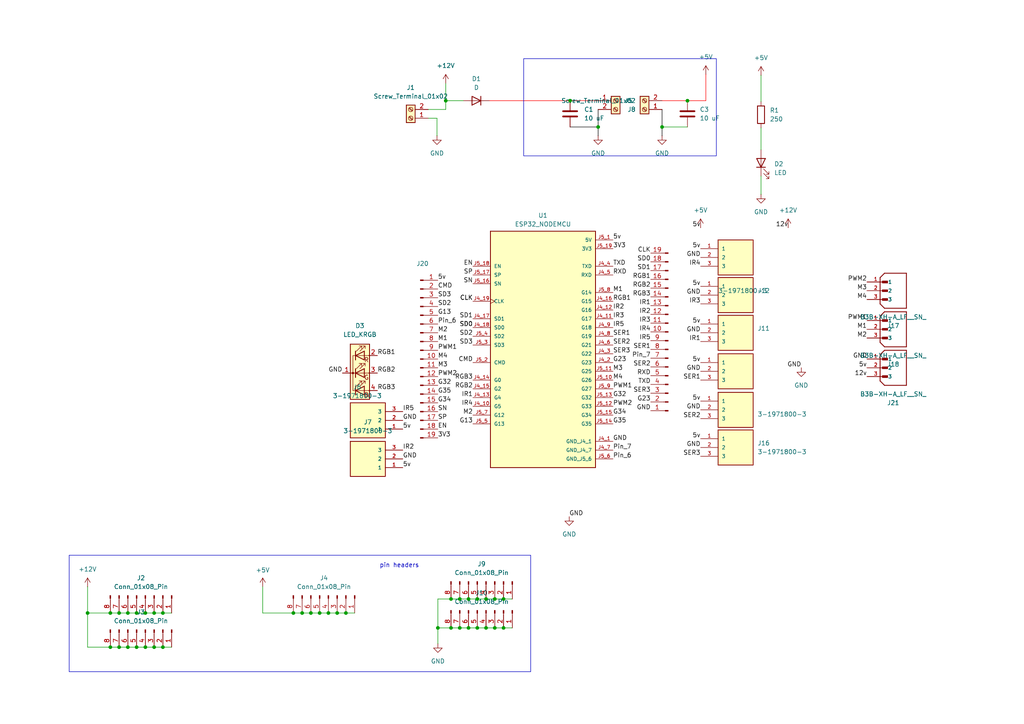
<source format=kicad_sch>
(kicad_sch (version 20231120) (generator "eeschema") (generator_version "8.0")
  (paper "A4")
  (lib_symbols
    (symbol "3-1971800-3:3-1971800-3" (pin_names (offset 1.016))
      (property "Reference" "J" (at -5.58 5.08 0))
      (property "Value" "3-1971800-3" (at -5.08 -7.62 0))
      (symbol "3-1971800-3_0_0"
        (pin passive line (at -10.16 2.54 0) (length 5.08) (name "1") (number "1"))
        (pin passive line (at -10.16 0 0) (length 5.08) (name "2") (number "2"))
        (pin passive line (at -10.16 -2.54 0) (length 5.08) (name "3") (number "3"))
      )
    )
    (symbol "B3B-XH-A_LF__SN_:B3B-XH-A_LF__SN_" (pin_names (offset 1.016))
      (property "Reference" "J" (at -2.54 6.35 0))
      (property "Value" "B3B-XH-A_LF__SN_" (at -2.54 -7.62 0))
      (symbol "B3B-XH-A_LF__SN__0_0"
        (pin passive line (at -7.62 2.54 0) (length 5.08) (name "1") (number "1"))
        (pin passive line (at -7.62 0 0) (length 5.08) (name "2") (number "2"))
        (pin passive line (at -7.62 -2.54 0) (length 5.08) (name "3") (number "3"))
      )
    )
    (symbol "Connector:Conn_01x08_Pin" (pin_names (offset 1.016) hide)
      (property "Reference" "J" (at 0 10.16 0))
      (property "Value" "Conn_01x08_Pin" (at 0 -12.7 0))
      (symbol "Conn_01x08_Pin_1_1"
        (pin passive line (at 5.08 7.62 180) (length 3.81) (name "Pin_1") (number "1"))
        (pin passive line (at 5.08 5.08 180) (length 3.81) (name "Pin_2") (number "2"))
        (pin passive line (at 5.08 2.54 180) (length 3.81) (name "Pin_3") (number "3"))
        (pin passive line (at 5.08 0 180) (length 3.81) (name "Pin_4") (number "4"))
        (pin passive line (at 5.08 -2.54 180) (length 3.81) (name "Pin_5") (number "5"))
        (pin passive line (at 5.08 -5.08 180) (length 3.81) (name "Pin_6") (number "6"))
        (pin passive line (at 5.08 -7.62 180) (length 3.81) (name "Pin_7") (number "7"))
        (pin passive line (at 5.08 -10.16 180) (length 3.81) (name "Pin_8") (number "8"))
      )
    )
    (symbol "Connector:Conn_01x19_Pin" (pin_names (offset 1.016) hide)
      (property "Reference" "J" (at 0 25.4 0))
      (property "Value" "Conn_01x19_Pin" (at 0 -25.4 0))
      (symbol "Conn_01x19_Pin_1_1"
        (pin passive line (at 5.08 22.86 180) (length 3.81) (name "Pin_1") (number "1"))
        (pin passive line (at 5.08 0 180) (length 3.81) (name "Pin_10") (number "10"))
        (pin passive line (at 5.08 -2.54 180) (length 3.81) (name "Pin_11") (number "11"))
        (pin passive line (at 5.08 -5.08 180) (length 3.81) (name "Pin_12") (number "12"))
        (pin passive line (at 5.08 -7.62 180) (length 3.81) (name "Pin_13") (number "13"))
        (pin passive line (at 5.08 -10.16 180) (length 3.81) (name "Pin_14") (number "14"))
        (pin passive line (at 5.08 -12.7 180) (length 3.81) (name "Pin_15") (number "15"))
        (pin passive line (at 5.08 -15.24 180) (length 3.81) (name "Pin_16") (number "16"))
        (pin passive line (at 5.08 -17.78 180) (length 3.81) (name "Pin_17") (number "17"))
        (pin passive line (at 5.08 -20.32 180) (length 3.81) (name "Pin_18") (number "18"))
        (pin passive line (at 5.08 -22.86 180) (length 3.81) (name "Pin_19") (number "19"))
        (pin passive line (at 5.08 20.32 180) (length 3.81) (name "Pin_2") (number "2"))
        (pin passive line (at 5.08 17.78 180) (length 3.81) (name "Pin_3") (number "3"))
        (pin passive line (at 5.08 15.24 180) (length 3.81) (name "Pin_4") (number "4"))
        (pin passive line (at 5.08 12.7 180) (length 3.81) (name "Pin_5") (number "5"))
        (pin passive line (at 5.08 10.16 180) (length 3.81) (name "Pin_6") (number "6"))
        (pin passive line (at 5.08 7.62 180) (length 3.81) (name "Pin_7") (number "7"))
        (pin passive line (at 5.08 5.08 180) (length 3.81) (name "Pin_8") (number "8"))
        (pin passive line (at 5.08 2.54 180) (length 3.81) (name "Pin_9") (number "9"))
      )
    )
    (symbol "Connector:Screw_Terminal_01x02" (pin_names (offset 1.016) hide)
      (property "Reference" "J" (at 0 2.54 0))
      (property "Value" "Screw_Terminal_01x02" (at 0 -5.08 0))
      (symbol "Screw_Terminal_01x02_1_1"
        (pin passive line (at -5.08 0 0) (length 3.81) (name "Pin_1") (number "1"))
        (pin passive line (at -5.08 -2.54 0) (length 3.81) (name "Pin_2") (number "2"))
      )
    )
    (symbol "Device:C" (pin_numbers hide) (pin_names (offset 0.254))
      (property "Reference" "C" (at 0.635 2.54 0))
      (property "Value" "C" (at 0.635 -2.54 0))
      (symbol "C_1_1"
        (pin passive line (at 0 3.81 270) (length 2.794) (name "~") (number "1"))
        (pin passive line (at 0 -3.81 90) (length 2.794) (name "~") (number "2"))
      )
    )
    (symbol "Device:D" (pin_numbers hide) (pin_names (offset 1.016) hide)
      (property "Reference" "D" (at 0 2.54 0))
      (property "Value" "D" (at 0 -2.54 0))
      (symbol "D_1_1"
        (pin passive line (at -3.81 0 0) (length 2.54) (name "K") (number "1"))
        (pin passive line (at 3.81 0 180) (length 2.54) (name "A") (number "2"))
      )
    )
    (symbol "Device:LED" (pin_numbers hide) (pin_names (offset 1.016) hide)
      (property "Reference" "D" (at 0 2.54 0))
      (property "Value" "LED" (at 0 -2.54 0))
      (symbol "LED_1_1"
        (pin passive line (at -3.81 0 0) (length 2.54) (name "K") (number "1"))
        (pin passive line (at 3.81 0 180) (length 2.54) (name "A") (number "2"))
      )
    )
    (symbol "Device:LED_KRGB" (pin_names (offset 0) hide)
      (property "Reference" "D" (at 0 9.398 0))
      (property "Value" "LED_KRGB" (at 0 -8.89 0))
      (symbol "LED_KRGB_0_0"
        (text "B" (at 1.905 -6.35 0) (effects (font (size 1.27 1.27))))
        (text "G" (at 1.905 -1.27 0) (effects (font (size 1.27 1.27))))
        (text "R" (at 1.905 3.81 0) (effects (font (size 1.27 1.27))))
      )
      (symbol "LED_KRGB_1_1"
        (pin passive line (at -5.08 0 0) (length 2.54) (name "K") (number "1"))
        (pin passive line (at 5.08 5.08 180) (length 2.54) (name "RA") (number "2"))
        (pin passive line (at 5.08 0 180) (length 2.54) (name "GA") (number "3"))
        (pin passive line (at 5.08 -5.08 180) (length 2.54) (name "BA") (number "4"))
      )
    )
    (symbol "Device:R" (pin_numbers hide) (pin_names (offset 0))
      (property "Reference" "R" (at 2.032 0 90))
      (property "Value" "R" (at 0 0 90))
      (symbol "R_1_1"
        (pin passive line (at 0 3.81 270) (length 1.27) (name "~") (number "1"))
        (pin passive line (at 0 -3.81 90) (length 1.27) (name "~") (number "2"))
      )
    )
    (symbol "ESP32_NODEMCU:ESP32_NODEMCU" (pin_names (offset 1.016))
      (property "Reference" "U" (at -15.24 36.322 0))
      (property "Value" "ESP32_NODEMCU" (at -15.24 -35.56 0))
      (symbol "ESP32_NODEMCU_0_0"
        (pin power_in line (at 20.32 -25.4 180) (length 5.08) (name "GND_J4_1") (number "J4_1"))
        (pin bidirectional line (at -20.32 -15.24 0) (length 5.08) (name "G5") (number "J4_10"))
        (pin bidirectional line (at 20.32 10.16 180) (length 5.08) (name "G17") (number "J4_11"))
        (pin bidirectional line (at 20.32 12.7 180) (length 5.08) (name "G16") (number "J4_12"))
        (pin bidirectional line (at -20.32 -12.7 0) (length 5.08) (name "G4") (number "J4_13"))
        (pin bidirectional line (at -20.32 -7.62 0) (length 5.08) (name "G0") (number "J4_14"))
        (pin bidirectional line (at -20.32 -10.16 0) (length 5.08) (name "G2") (number "J4_15"))
        (pin bidirectional line (at 20.32 15.24 180) (length 5.08) (name "G15") (number "J4_16"))
        (pin bidirectional line (at -20.32 10.16 0) (length 5.08) (name "SD1") (number "J4_17"))
        (pin bidirectional line (at -20.32 7.62 0) (length 5.08) (name "SD0") (number "J4_18"))
        (pin input clock (at -20.32 15.24 0) (length 5.08) (name "CLK") (number "J4_19"))
        (pin bidirectional line (at 20.32 -2.54 180) (length 5.08) (name "G23") (number "J4_2"))
        (pin bidirectional line (at 20.32 0 180) (length 5.08) (name "G22") (number "J4_3"))
        (pin output line (at 20.32 25.4 180) (length 5.08) (name "TXD") (number "J4_4"))
        (pin input line (at 20.32 22.86 180) (length 5.08) (name "RXD") (number "J4_5"))
        (pin bidirectional line (at 20.32 2.54 180) (length 5.08) (name "G21") (number "J4_6"))
        (pin power_in line (at 20.32 -27.94 180) (length 5.08) (name "GND_J4_7") (number "J4_7"))
        (pin bidirectional line (at 20.32 5.08 180) (length 5.08) (name "G19") (number "J4_8"))
        (pin bidirectional line (at 20.32 7.62 180) (length 5.08) (name "G18") (number "J4_9"))
        (pin power_in line (at 20.32 33.02 180) (length 5.08) (name "5V") (number "J5_1"))
        (pin bidirectional line (at 20.32 -7.62 180) (length 5.08) (name "G26") (number "J5_10"))
        (pin bidirectional line (at 20.32 -5.08 180) (length 5.08) (name "G25") (number "J5_11"))
        (pin bidirectional line (at 20.32 -15.24 180) (length 5.08) (name "G33") (number "J5_12"))
        (pin bidirectional line (at 20.32 -12.7 180) (length 5.08) (name "G32") (number "J5_13"))
        (pin bidirectional line (at 20.32 -20.32 180) (length 5.08) (name "G35") (number "J5_14"))
        (pin bidirectional line (at 20.32 -17.78 180) (length 5.08) (name "G34") (number "J5_15"))
        (pin input line (at -20.32 20.32 0) (length 5.08) (name "SN") (number "J5_16"))
        (pin input line (at -20.32 22.86 0) (length 5.08) (name "SP") (number "J5_17"))
        (pin input line (at -20.32 25.4 0) (length 5.08) (name "EN") (number "J5_18"))
        (pin power_in line (at 20.32 30.48 180) (length 5.08) (name "3V3") (number "J5_19"))
        (pin bidirectional line (at -20.32 -2.54 0) (length 5.08) (name "CMD") (number "J5_2"))
        (pin bidirectional line (at -20.32 2.54 0) (length 5.08) (name "SD3") (number "J5_3"))
        (pin bidirectional line (at -20.32 5.08 0) (length 5.08) (name "SD2") (number "J5_4"))
        (pin bidirectional line (at -20.32 -20.32 0) (length 5.08) (name "G13") (number "J5_5"))
        (pin power_in line (at 20.32 -30.48 180) (length 5.08) (name "GND_J5_6") (number "J5_6"))
        (pin bidirectional line (at -20.32 -17.78 0) (length 5.08) (name "G12") (number "J5_7"))
        (pin bidirectional line (at 20.32 17.78 180) (length 5.08) (name "G14") (number "J5_8"))
        (pin bidirectional line (at 20.32 -10.16 180) (length 5.08) (name "G27") (number "J5_9"))
      )
    )
    (symbol "power:+12V" (power) (pin_numbers hide) (pin_names (offset 0) hide)
      (property "Value" "+12V" (at 0 3.556 0))
      (symbol "+12V_1_1"
        (pin power_in line (at 0 0 90) (length 0) (name "~") (number "1"))
      )
    )
    (symbol "power:+5V" (power) (pin_numbers hide) (pin_names (offset 0) hide)
      (property "Value" "+5V" (at 0 3.556 0))
      (symbol "+5V_1_1"
        (pin power_in line (at 0 0 90) (length 0) (name "~") (number "1"))
      )
    )
    (symbol "power:GND" (power) (pin_numbers hide) (pin_names (offset 0) hide)
      (property "Value" "GND" (at 0 -3.81 0))
      (symbol "GND_1_1"
        (pin power_in line (at 0 0 270) (length 0) (name "~") (number "1"))
      )
    )
  )
  (junction (at 25.4 177.8))
  (junction (at 133.35 173.736))
  (junction (at 90.17 177.8))
  (junction (at 140.97 182.118))
  (junction (at 130.81 182.118))
  (junction (at 130.81 173.736))
  (junction (at 44.704 187.706))
  (junction (at 173.482 36.83))
  (junction (at 85.09 177.8))
  (junction (at 135.89 173.736))
  (junction (at 146.05 182.118))
  (junction (at 100.33 177.8))
  (junction (at 135.89 182.118))
  (junction (at 143.51 182.118))
  (junction (at 42.164 187.706))
  (junction (at 199.39 29.21))
  (junction (at 97.79 177.8))
  (junction (at 133.35 182.118))
  (junction (at 34.544 187.706))
  (junction (at 42.164 177.8))
  (junction (at 140.97 173.736))
  (junction (at 143.51 173.736))
  (junction (at 127 182.118))
  (junction (at 39.624 187.706))
  (junction (at 47.244 177.8))
  (junction (at 192.024 36.83))
  (junction (at 32.004 177.8))
  (junction (at 129.286 29.21))
  (junction (at 44.704 177.8))
  (junction (at 92.71 177.8))
  (junction (at 37.084 177.8))
  (junction (at 37.084 187.706))
  (junction (at 32.004 187.706))
  (junction (at 138.43 173.736))
  (junction (at 138.43 182.118))
  (junction (at 165.354 29.21))
  (junction (at 146.05 173.736))
  (junction (at 34.544 177.8))
  (junction (at 87.63 177.8))
  (junction (at 39.624 177.8))
  (junction (at 95.25 177.8))
  (junction (at 47.244 187.706))
  (wire (pts (xy 47.244 177.8) (xy 49.784 177.8)))
  (wire (pts (xy 95.25 177.8) (xy 97.79 177.8)))
  (wire (pts (xy 199.39 29.21) (xy 204.724 29.21)) (stroke (width 0) (color 255 0 0 1)))
  (wire (pts (xy 135.89 173.736) (xy 138.43 173.736)))
  (wire (pts (xy 127 182.118) (xy 127 186.69)))
  (wire (pts (xy 25.4 177.8) (xy 32.004 177.8)))
  (wire (pts (xy 76.2 177.8) (xy 85.09 177.8)))
  (wire (pts (xy 25.4 187.706) (xy 32.004 187.706)))
  (wire (pts (xy 192.024 29.21) (xy 199.39 29.21)) (stroke (width 0) (color 255 0 0 1)))
  (wire (pts (xy 127 182.118) (xy 130.81 182.118)))
  (wire (pts (xy 130.81 182.118) (xy 133.35 182.118)))
  (wire (pts (xy 173.482 36.83) (xy 173.482 39.37)) (stroke (width 0) (color 0 0 0 1)))
  (wire (pts (xy 32.004 187.706) (xy 34.544 187.706)))
  (wire (pts (xy 165.354 29.21) (xy 173.482 29.21)) (stroke (width 0) (color 255 0 0 1)))
  (wire (pts (xy 173.482 31.75) (xy 173.482 36.83)) (stroke (width 0) (color 0 0 0 1)))
  (wire (pts (xy 126.746 34.29) (xy 126.746 39.37)))
  (wire (pts (xy 32.004 177.8) (xy 34.544 177.8)))
  (wire (pts (xy 129.286 24.13) (xy 129.286 29.21)))
  (wire (pts (xy 42.164 177.8) (xy 44.704 177.8)))
  (wire (pts (xy 192.024 31.75) (xy 192.024 36.83)) (stroke (width 0) (color 0 0 0 1)))
  (wire (pts (xy 135.89 182.118) (xy 138.43 182.118)))
  (wire (pts (xy 39.624 187.706) (xy 42.164 187.706)))
  (wire (pts (xy 97.79 177.8) (xy 100.33 177.8)))
  (wire (pts (xy 143.51 182.118) (xy 146.05 182.118)))
  (wire (pts (xy 220.726 37.084) (xy 220.726 43.434)))
  (wire (pts (xy 146.05 182.118) (xy 148.59 182.118)))
  (wire (pts (xy 76.2 170.18) (xy 76.2 177.8)))
  (wire (pts (xy 25.4 170.18) (xy 25.4 177.8)))
  (wire (pts (xy 140.97 182.118) (xy 143.51 182.118)))
  (wire (pts (xy 34.544 187.706) (xy 37.084 187.706)))
  (wire (pts (xy 140.97 173.736) (xy 143.51 173.736)))
  (wire (pts (xy 220.726 51.054) (xy 220.726 56.388)))
  (wire (pts (xy 85.09 177.8) (xy 87.63 177.8)))
  (wire (pts (xy 44.704 177.8) (xy 47.244 177.8)))
  (wire (pts (xy 34.544 177.8) (xy 37.084 177.8)))
  (wire (pts (xy 90.17 177.8) (xy 92.71 177.8)))
  (wire (pts (xy 42.164 187.706) (xy 44.704 187.706)))
  (wire (pts (xy 124.206 34.29) (xy 126.746 34.29)))
  (wire (pts (xy 47.244 187.706) (xy 49.784 187.706)))
  (wire (pts (xy 192.024 36.83) (xy 192.024 39.37)) (stroke (width 0) (color 0 0 0 1)))
  (wire (pts (xy 127 173.736) (xy 130.81 173.736)))
  (wire (pts (xy 146.05 173.736) (xy 148.59 173.736)))
  (wire (pts (xy 130.81 173.736) (xy 133.35 173.736)))
  (wire (pts (xy 25.4 177.8) (xy 25.4 187.706)))
  (wire (pts (xy 143.51 173.736) (xy 146.05 173.736)))
  (wire (pts (xy 192.024 36.83) (xy 199.39 36.83)))
  (wire (pts (xy 100.33 177.8) (xy 102.87 177.8)))
  (wire (pts (xy 127 173.736) (xy 127 182.118)))
  (wire (pts (xy 138.43 182.118) (xy 140.97 182.118)))
  (wire (pts (xy 133.35 182.118) (xy 135.89 182.118)))
  (wire (pts (xy 92.71 177.8) (xy 95.25 177.8)))
  (wire (pts (xy 129.286 29.21) (xy 134.366 29.21)))
  (wire (pts (xy 39.624 177.8) (xy 42.164 177.8)))
  (wire (pts (xy 37.084 177.8) (xy 39.624 177.8)))
  (wire (pts (xy 44.704 187.706) (xy 47.244 187.706)))
  (wire (pts (xy 141.986 29.21) (xy 165.354 29.21)) (stroke (width 0) (color 255 0 0 1)))
  (wire (pts (xy 220.726 21.844) (xy 220.726 29.464)))
  (wire (pts (xy 133.35 173.736) (xy 135.89 173.736)))
  (wire (pts (xy 165.354 36.83) (xy 173.482 36.83)) (stroke (width 0) (color 0 0 0 1)))
  (wire (pts (xy 129.286 29.21) (xy 129.286 31.75)))
  (wire (pts (xy 124.206 31.75) (xy 129.286 31.75)))
  (wire (pts (xy 204.724 21.59) (xy 204.724 29.21)) (stroke (width 0) (color 255 0 0 1)))
  (wire (pts (xy 138.43 173.736) (xy 140.97 173.736)))
  (wire (pts (xy 37.084 187.706) (xy 39.624 187.706)))
  (wire (pts (xy 87.63 177.8) (xy 90.17 177.8)))
  (rectangle (start 20.066 161.036) (end 153.924 194.818))
  (rectangle (start 151.892 17.018) (end 207.772 45.212))
  (text "pin headers" (at 115.824 164.084 0) (effects (font (size 1.27 1.27))))
  (label "GND" (at 203.2 85.598 180))
  (label "5v" (at 116.84 124.46 0))
  (label "SER3" (at 203.2 132.334 180))
  (label "SD3" (at 137.16 100.076 180))
  (label "5v" (at 203.2 66.04 180))
  (label "IR2" (at 188.722 91.186 180))
  (label "GND" (at 232.41 106.68 180))
  (label "G32" (at 127 111.76 0))
  (label "SER3" (at 188.722 114.046 180))
  (label "CMD" (at 137.16 105.156 180))
  (label "IR3" (at 203.2 88.138 180))
  (label "SER2" (at 188.722 106.426 180))
  (label "Pin_6" (at 127 93.98 0))
  (label "IR1" (at 188.722 88.646 180))
  (label "IR5" (at 116.84 119.38 0))
  (label "M3" (at 127 106.68 0))
  (label "SD1" (at 188.722 78.486 180))
  (label "PWM2" (at 251.46 81.788 180))
  (label "SP" (at 127 121.92 0))
  (label "M2" (at 251.46 98.044 180))
  (label "5v" (at 116.84 135.636 0))
  (label "M1" (at 127 99.06 0))
  (label "G35" (at 177.8 122.936 0))
  (label "RXD" (at 188.722 108.966 180))
  (label "RXD" (at 177.8 79.756 0))
  (label "5v" (at 203.2 116.332 180))
  (label "PWM2" (at 177.8 117.856 0))
  (label "SER1" (at 188.722 101.346 180))
  (label "5v" (at 127 81.28 0))
  (label "SD2" (at 127 88.9 0))
  (label "IR3" (at 188.722 93.726 180))
  (label "M3" (at 177.8 107.696 0))
  (label "IR3" (at 177.8 92.456 0))
  (label "RGB3" (at 109.474 113.284 0))
  (label "Pin_6" (at 177.8 133.096 0))
  (label "PWM1" (at 127 101.6 0))
  (label "GND" (at 165.1 149.86 0))
  (label "IR4" (at 137.16 117.856 180))
  (label "SER3" (at 177.8 102.616 0))
  (label "RGB3" (at 188.722 86.106 180))
  (label "GND" (at 116.84 121.92 0))
  (label "M1" (at 177.8 84.836 0))
  (label "5v" (at 203.2 83.058 180))
  (label "5v" (at 203.2 127.254 180))
  (label "IR1" (at 203.2 99.06 180))
  (label "G32" (at 177.8 115.316 0))
  (label "CLK" (at 137.16 87.376 180))
  (label "IR4" (at 188.722 96.266 180))
  (label "SD0" (at 188.722 75.946 180))
  (label "SN" (at 127 119.38 0))
  (label "PWM1" (at 177.8 112.776 0))
  (label "RGB2" (at 109.474 108.204 0))
  (label "SER1" (at 177.8 97.536 0))
  (label "RGB2" (at 137.16 112.776 180))
  (label "EN" (at 137.16 77.216 180))
  (label "RGB3" (at 137.16 110.236 180))
  (label "G35" (at 127 114.3 0))
  (label "M1" (at 251.46 95.504 180))
  (label "5v" (at 203.2 93.98 180))
  (label "G13" (at 137.16 122.936 180))
  (label "M4" (at 127 104.14 0))
  (label "5v" (at 203.2 72.136 180))
  (label "EN" (at 127 124.46 0))
  (label "3V3" (at 127 127 0))
  (label "IR2" (at 116.84 130.556 0))
  (label "G34" (at 127 116.84 0))
  (label "G13" (at 127 91.44 0))
  (label "12v" (at 251.46 109.22 180))
  (label "PWM2" (at 127 109.22 0))
  (label "RGB2" (at 188.722 83.566 180))
  (label "G23" (at 188.722 116.586 180))
  (label "IR5" (at 177.8 94.996 0))
  (label "12v" (at 228.6 66.04 180))
  (label "GND" (at 177.8 128.016 0))
  (label "5v" (at 203.2 105.156 180))
  (label "IR2" (at 177.8 89.916 0))
  (label "SD0" (at 137.16 94.996 180))
  (label "CLK" (at 137.16 87.376 180))
  (label "GND" (at 203.2 107.696 180))
  (label "IR4" (at 203.2 77.216 180))
  (label "5v" (at 177.8 69.596 0))
  (label "GND" (at 188.722 119.126 180))
  (label "M4" (at 251.46 86.868 180))
  (label "SP" (at 137.16 79.756 180))
  (label "3V3" (at 177.8 72.136 0))
  (label "RGB1" (at 177.8 87.376 0))
  (label "5v" (at 251.46 106.68 180))
  (label "M3" (at 251.46 84.328 180))
  (label "M2" (at 127 96.52 0))
  (label "SD3" (at 127 86.36 0))
  (label "SD0" (at 137.16 94.996 180))
  (label "SER2" (at 203.2 121.412 180))
  (label "SER2" (at 177.8 100.076 0))
  (label "SER1" (at 203.2 110.236 180))
  (label "Pin_7" (at 177.8 130.556 0))
  (label "GND" (at 203.2 129.794 180))
  (label "GND" (at 116.84 133.096 0))
  (label "M4" (at 177.8 110.236 0))
  (label "G34" (at 177.8 120.396 0))
  (label "CLK" (at 188.722 73.406 180))
  (label "G23" (at 177.8 105.156 0))
  (label "GND" (at 251.46 104.14 180))
  (label "GND" (at 203.2 118.872 180))
  (label "M2" (at 137.16 120.396 180))
  (label "GND" (at 203.2 96.52 180))
  (label "IR1" (at 137.16 115.316 180))
  (label "CMD" (at 127 83.82 0))
  (label "IR5" (at 188.722 98.806 180))
  (label "TXD" (at 177.8 77.216 0))
  (label "GND" (at 203.2 74.676 180))
  (label "RGB1" (at 188.722 81.026 180))
  (label "GND" (at 99.314 108.204 180))
  (label "TXD" (at 188.722 111.506 180))
  (label "RGB1" (at 109.474 103.124 0))
  (label "PWM1" (at 251.46 92.964 180))
  (label "SD2" (at 137.16 97.536 180))
  (label "Pin_7" (at 188.722 103.886 180))
  (label "SD1" (at 137.16 92.456 180))
  (label "SN" (at 137.16 82.296 180))
  (symbol (lib_id "power:GND") (at 127 186.69 0) (unit 1)
    (property "Reference" "#PWR014" (effects (hide yes)))
    (property "Value" "GND" (at 127 191.77 0))
    (property "Description" "Power symbol creates a global label with name \"GND\" , ground" (effects (hide yes)))
  )
  (symbol (lib_id "Connector:Conn_01x08_Pin") (at 42.164 182.626 270) (unit 1)
    (property "Reference" "J3" (at 40.894 177.546 90))
    (property "Value" "Conn_01x08_Pin" (at 40.894 180.086 90))
    (property "Footprint" "Connector_PinHeader_2.54mm:PinHeader_1x08_P2.54mm_Vertical" (effects (hide yes)))
    (property "Description" "Generic connector, single row, 01x08, script generated" (effects (hide yes)))
  )
  (symbol (lib_id "power:+12V") (at 228.6 66.04 0) (unit 1)
    (property "Reference" "#PWR05" (effects (hide yes)))
    (property "Value" "+12V" (at 228.6 60.96 0))
    (property "Description" "Power symbol creates a global label with name \"+12V\"" (effects (hide yes)))
  )
  (symbol (lib_id "power:+5V") (at 203.2 66.04 0) (unit 1)
    (property "Reference" "#PWR01" (effects (hide yes)))
    (property "Value" "+5V" (at 203.2 60.96 0))
    (property "Description" "Power symbol creates a global label with name \"+5V\"" (effects (hide yes)))
  )
  (symbol (lib_id "Connector:Conn_01x19_Pin") (at 121.92 104.14 0) (unit 1)
    (property "Reference" "J20" (at 122.555 76.454 0))
    (property "Value" "Conn_01x19_Pin" (effects (hide yes)))
    (property "Footprint" "Connector_PinHeader_2.54mm:PinHeader_1x19_P2.54mm_Vertical" (effects (hide yes)))
    (property "Description" "Generic connector, single row, 01x19, script generated" (effects (hide yes)))
  )
  (symbol (lib_id "ESP32_NODEMCU:ESP32_NODEMCU") (at 157.48 102.616 0) (unit 1)
    (property "Reference" "U1" (at 157.48 62.484 0))
    (property "Value" "ESP32_NODEMCU" (at 157.48 65.024 0))
    (property "Footprint" "ESP32_NODEMCU:MODULE_ESP32_NODEMCU" (effects (hide yes)))
    (property "MF" "AZ Delivery" (effects (hide yes)))
    (property "MAXIMUM_PACKAGE_HEIGHT" "6.6 mm" (effects (hide yes)))
    (property "Package" "Package" (effects (hide yes)))
    (property "Price" "None" (effects (hide yes)))
    (property "Check_prices" "https://www.snapeda.com/parts/ESP32%20NODEMCU/AZ-Delivery/view-part/?ref=eda" (effects (hide yes)))
    (property "STANDARD" "Manufacturer Recommendations" (effects (hide yes)))
    (property "SnapEDA_Link" "https://www.snapeda.com/parts/ESP32%20NODEMCU/AZ-Delivery/view-part/?ref=snap" (effects (hide yes)))
    (property "MP" "ESP32 NODEMCU" (effects (hide yes)))
    (property "Description_1" "\nNodeMCU is an open source loT platform. ESP32 is a series of low cost, low power\nsystem-on-chip (SoC) microcontrollers with integrated Wi-Fi & dual-mode Bluetooth.\n" (effects (hide yes)))
    (property "Availability" "Not in stock" (effects (hide yes)))
    (property "MANUFACTURER" "Espressif Systems" (effects (hide yes)))
  )
  (symbol (lib_id "Device:LED") (at 220.726 47.244 90) (unit 1)
    (property "Reference" "D2" (at 224.536 47.5614 90) (effects (justify right)))
    (property "Value" "LED" (at 224.536 50.1014 90) (effects (justify right)))
    (property "Footprint" "LED_THT:LED_D3.0mm" (effects (hide yes)))
    (property "Description" "Light emitting diode" (effects (hide yes)))
  )
  (symbol (lib_id "3-1971800-3:3-1971800-3") (at 213.36 118.872 0) (unit 1)
    (property "Reference" "J15" (effects (hide yes)))
    (property "Value" "3-1971800-3" (at 219.71 120.1419 0) (effects (justify left)))
    (property "Footprint" "3-1971800-3:TE_3-1971800-3" (effects (hide yes)))
    (property "COMMENT" "3-1971800-3" (effects (hide yes)))
    (property "Comment" "3-1971800-3" (effects (hide yes)))
    (property "Check_prices" "https://www.snapeda.com/parts/3-1971800-3/TE+Connectivity/view-part/?ref=eda" (effects (hide yes)))
    (property "MF" "TE Connectivity" (effects (hide yes)))
    (property "DESCRIPTION" "New Gi Conn2.5 Hdr Asmbly 3p Red D1.5, 3-1971800-3" (effects (hide yes)))
    (property "PACKAGE" "None" (effects (hide yes)))
    (property "Purchase-URL" "https://www.snapeda.com/api/url_track_click_mouser/?unipart_id=2372250&manufacturer=TE Connectivity&part_name=3-1971800-3&search_term=jst" (effects (hide yes)))
    (property "PRICE" "None" (effects (hide yes)))
    (property "Package" "None" (effects (hide yes)))
    (property "TE_PURCHASE_URL" "https://www.te.com/usa-en/product-3-1971800-3.html?te_bu=Cor&te_type=disp&te_campaign=seda_glo_cor-seda-global-disp-prtnr-fy19-seda-model-bom-cta_sma-317_1&elqCampaignId=32493" (effects (hide yes)))
    (property "Price" "None" (effects (hide yes)))
    (property "SnapEDA_Link" "https://www.snapeda.com/parts/3-1971800-3/TE+Connectivity/view-part/?ref=snap" (effects (hide yes)))
    (property "MP" "3-1971800-3" (effects (hide yes)))
    (property "EU_RoHS_Compliance" "Compliant" (effects (hide yes)))
    (property "EU_ROHS_COMPLIANCE" "Compliant" (effects (hide yes)))
    (property "Availability" "In Stock" (effects (hide yes)))
    (property "AVAILABILITY" "Unavailable" (effects (hide yes)))
    (property "Description_1" "\nConnector Header Through Hole 3 position 0.098 (2.50mm)\n" (effects (hide yes)))
  )
  (symbol (lib_id "B3B-XH-A_LF__SN_:B3B-XH-A_LF__SN_") (at 259.08 106.68 0) (unit 1)
    (property "Reference" "J21" (at 259.08 116.84 0))
    (property "Value" "B3B-XH-A_LF__SN_" (at 259.08 114.3 0))
    (property "Footprint" "B3B-XH-A_LF__SN_:JST_B3B-XH-A_LF__SN_" (effects (hide yes)))
    (property "MF" "JST Sales" (effects (hide yes)))
    (property "MAXIMUM_PACKAGE_HEIGHT" "7.00 mm" (effects (hide yes)))
    (property "Package" "None" (effects (hide yes)))
    (property "Price" "None" (effects (hide yes)))
    (property "Check_prices" "https://www.snapeda.com/parts/B3B-XH-A(LF)(SN)/JST+Sales+America+Inc./view-part/?ref=eda" (effects (hide yes)))
    (property "STANDARD" "Manufacturer Recommendations" (effects (hide yes)))
    (property "PARTREV" "7/4/21" (effects (hide yes)))
    (property "SnapEDA_Link" "https://www.snapeda.com/parts/B3B-XH-A(LF)(SN)/JST+Sales+America+Inc./view-part/?ref=snap" (effects (hide yes)))
    (property "MP" "B3B-XH-A(LF)(SN)" (effects (hide yes)))
    (property "Purchase-URL" "https://www.snapeda.com/api/url_track_click_mouser/?unipart_id=1692320&manufacturer=JST Sales&part_name=B3B-XH-A(LF)(SN)&search_term=b3b-xh-a(lf)(sn)" (effects (hide yes)))
    (property "Description_1" "\nConnector Header Through Hole 3 position 0.098 (2.50mm)\n" (effects (hide yes)))
    (property "Availability" "In Stock" (effects (hide yes)))
    (property "MANUFACTURER" "JST Sales America Inc." (effects (hide yes)))
  )
  (symbol (lib_id "3-1971800-3:3-1971800-3") (at 106.68 121.92 180) (unit 1)
    (property "Reference" "J6" (at 103.632 112.268 0))
    (property "Value" "3-1971800-3" (at 103.632 114.808 0))
    (property "Footprint" "3-1971800-3:TE_3-1971800-3" (effects (hide yes)))
    (property "COMMENT" "3-1971800-3" (effects (hide yes)))
    (property "Comment" "3-1971800-3" (effects (hide yes)))
    (property "Check_prices" "https://www.snapeda.com/parts/3-1971800-3/TE+Connectivity/view-part/?ref=eda" (effects (hide yes)))
    (property "MF" "TE Connectivity" (effects (hide yes)))
    (property "DESCRIPTION" "New Gi Conn2.5 Hdr Asmbly 3p Red D1.5, 3-1971800-3" (effects (hide yes)))
    (property "PACKAGE" "None" (effects (hide yes)))
    (property "Purchase-URL" "https://www.snapeda.com/api/url_track_click_mouser/?unipart_id=2372250&manufacturer=TE Connectivity&part_name=3-1971800-3&search_term=jst" (effects (hide yes)))
    (property "PRICE" "None" (effects (hide yes)))
    (property "Package" "None" (effects (hide yes)))
    (property "TE_PURCHASE_URL" "https://www.te.com/usa-en/product-3-1971800-3.html?te_bu=Cor&te_type=disp&te_campaign=seda_glo_cor-seda-global-disp-prtnr-fy19-seda-model-bom-cta_sma-317_1&elqCampaignId=32493" (effects (hide yes)))
    (property "Price" "None" (effects (hide yes)))
    (property "SnapEDA_Link" "https://www.snapeda.com/parts/3-1971800-3/TE+Connectivity/view-part/?ref=snap" (effects (hide yes)))
    (property "MP" "3-1971800-3" (effects (hide yes)))
    (property "EU_RoHS_Compliance" "Compliant" (effects (hide yes)))
    (property "EU_ROHS_COMPLIANCE" "Compliant" (effects (hide yes)))
    (property "Availability" "In Stock" (effects (hide yes)))
    (property "AVAILABILITY" "Unavailable" (effects (hide yes)))
    (property "Description_1" "\nConnector Header Through Hole 3 position 0.098 (2.50mm)\n" (effects (hide yes)))
  )
  (symbol (lib_id "Connector:Conn_01x08_Pin") (at 95.25 172.72 270) (unit 1)
    (property "Reference" "J4" (at 93.98 167.64 90))
    (property "Value" "Conn_01x08_Pin" (at 93.98 170.18 90))
    (property "Footprint" "Connector_PinHeader_2.54mm:PinHeader_1x08_P2.54mm_Vertical" (effects (hide yes)))
    (property "Description" "Generic connector, single row, 01x08, script generated" (effects (hide yes)))
  )
  (symbol (lib_id "power:GND") (at 126.746 39.37 0) (unit 1)
    (property "Reference" "#PWR04" (effects (hide yes)))
    (property "Value" "GND" (at 126.746 44.45 0))
    (property "Description" "Power symbol creates a global label with name \"GND\" , ground" (effects (hide yes)))
  )
  (symbol (lib_id "B3B-XH-A_LF__SN_:B3B-XH-A_LF__SN_") (at 259.08 84.328 0) (unit 1)
    (property "Reference" "J17" (at 259.08 94.488 0))
    (property "Value" "B3B-XH-A_LF__SN_" (at 259.08 91.948 0))
    (property "Footprint" "B3B-XH-A_LF__SN_:JST_B3B-XH-A_LF__SN_" (effects (hide yes)))
    (property "MF" "JST Sales" (effects (hide yes)))
    (property "MAXIMUM_PACKAGE_HEIGHT" "7.00 mm" (effects (hide yes)))
    (property "Package" "None" (effects (hide yes)))
    (property "Price" "None" (effects (hide yes)))
    (property "Check_prices" "https://www.snapeda.com/parts/B3B-XH-A(LF)(SN)/JST+Sales+America+Inc./view-part/?ref=eda" (effects (hide yes)))
    (property "STANDARD" "Manufacturer Recommendations" (effects (hide yes)))
    (property "PARTREV" "7/4/21" (effects (hide yes)))
    (property "SnapEDA_Link" "https://www.snapeda.com/parts/B3B-XH-A(LF)(SN)/JST+Sales+America+Inc./view-part/?ref=snap" (effects (hide yes)))
    (property "MP" "B3B-XH-A(LF)(SN)" (effects (hide yes)))
    (property "Purchase-URL" "https://www.snapeda.com/api/url_track_click_mouser/?unipart_id=1692320&manufacturer=JST Sales&part_name=B3B-XH-A(LF)(SN)&search_term=b3b-xh-a(lf)(sn)" (effects (hide yes)))
    (property "Description_1" "\nConnector Header Through Hole 3 position 0.098 (2.50mm)\n" (effects (hide yes)))
    (property "Availability" "In Stock" (effects (hide yes)))
    (property "MANUFACTURER" "JST Sales America Inc." (effects (hide yes)))
  )
  (symbol (lib_id "Device:D") (at 138.176 29.21 180) (unit 1)
    (property "Reference" "D1" (at 138.176 22.86 0))
    (property "Value" "D" (at 138.176 25.4 0))
    (property "Footprint" "Diode_SMD:D_1210_3225Metric" (effects (hide yes)))
    (property "Description" "Diode" (effects (hide yes)))
    (property "Sim.Device" "D" (effects (hide yes)))
    (property "Sim.Pins" "1=K 2=A" (effects (hide yes)))
  )
  (symbol (lib_id "Connector:Screw_Terminal_01x02") (at 178.562 29.21 0) (unit 1)
    (property "Reference" "J5" (at 181.102 29.2099 0) (effects (justify left)))
    (property "Value" "Screw_Terminal_01x02" (effects (hide yes)))
    (property "Footprint" "TerminalBlock_Phoenix:TerminalBlock_Phoenix_MKDS-1,5-2-5.08_1x02_P5.08mm_Horizontal" (effects (hide yes)))
    (property "Description" "Generic screw terminal, single row, 01x02, script generated (kicad-library-utils/schlib/autogen/connector/)" (effects (hide yes)))
  )
  (symbol (lib_id "Device:LED_KRGB") (at 104.394 108.204 0) (unit 1)
    (property "Reference" "D3" (at 104.394 94.488 0))
    (property "Value" "LED_KRGB" (at 104.394 97.028 0))
    (property "Footprint" "LED_THT:LED_D5.0mm-4_RGB_Wide_Pins" (effects (hide yes)))
    (property "Description" "RGB LED, cathode/red/green/blue" (effects (hide yes)))
  )
  (symbol (lib_id "power:GND") (at 192.024 39.37 0) (unit 1)
    (property "Reference" "#PWR08" (effects (hide yes)))
    (property "Value" "GND" (at 192.024 44.45 0))
    (property "Description" "Power symbol creates a global label with name \"GND\" , ground" (effects (hide yes)))
  )
  (symbol (lib_id "Connector:Conn_01x08_Pin") (at 140.97 177.038 270) (unit 1)
    (property "Reference" "J10" (at 139.7 171.958 90))
    (property "Value" "Conn_01x08_Pin" (at 139.7 174.498 90))
    (property "Footprint" "Connector_PinHeader_2.54mm:PinHeader_1x08_P2.54mm_Vertical" (effects (hide yes)))
    (property "Description" "Generic connector, single row, 01x08, script generated" (effects (hide yes)))
  )
  (symbol (lib_id "power:+12V") (at 129.286 24.13 0) (unit 1)
    (property "Reference" "#PWR02" (effects (hide yes)))
    (property "Value" "+12V" (at 129.286 19.05 0))
    (property "Description" "Power symbol creates a global label with name \"+12V\"" (effects (hide yes)))
  )
  (symbol (lib_id "power:GND") (at 220.726 56.388 0) (unit 1)
    (property "Reference" "#PWR016" (effects (hide yes)))
    (property "Value" "GND" (at 220.726 61.468 0))
    (property "Description" "Power symbol creates a global label with name \"GND\" , ground" (effects (hide yes)))
  )
  (symbol (lib_id "3-1971800-3:3-1971800-3") (at 213.36 74.676 0) (unit 1)
    (property "Reference" "J13" (effects (hide yes)))
    (property "Value" "3-1971800-3" (effects (hide yes)))
    (property "Footprint" "3-1971800-3:TE_3-1971800-3" (effects (hide yes)))
    (property "COMMENT" "3-1971800-3" (effects (hide yes)))
    (property "Comment" "3-1971800-3" (effects (hide yes)))
    (property "Check_prices" "https://www.snapeda.com/parts/3-1971800-3/TE+Connectivity/view-part/?ref=eda" (effects (hide yes)))
    (property "MF" "TE Connectivity" (effects (hide yes)))
    (property "DESCRIPTION" "New Gi Conn2.5 Hdr Asmbly 3p Red D1.5, 3-1971800-3" (effects (hide yes)))
    (property "PACKAGE" "None" (effects (hide yes)))
    (property "Purchase-URL" "https://www.snapeda.com/api/url_track_click_mouser/?unipart_id=2372250&manufacturer=TE Connectivity&part_name=3-1971800-3&search_term=jst" (effects (hide yes)))
    (property "PRICE" "None" (effects (hide yes)))
    (property "Package" "None" (effects (hide yes)))
    (property "TE_PURCHASE_URL" "https://www.te.com/usa-en/product-3-1971800-3.html?te_bu=Cor&te_type=disp&te_campaign=seda_glo_cor-seda-global-disp-prtnr-fy19-seda-model-bom-cta_sma-317_1&elqCampaignId=32493" (effects (hide yes)))
    (property "Price" "None" (effects (hide yes)))
    (property "SnapEDA_Link" "https://www.snapeda.com/parts/3-1971800-3/TE+Connectivity/view-part/?ref=snap" (effects (hide yes)))
    (property "MP" "3-1971800-3" (effects (hide yes)))
    (property "EU_RoHS_Compliance" "Compliant" (effects (hide yes)))
    (property "EU_ROHS_COMPLIANCE" "Compliant" (effects (hide yes)))
    (property "Availability" "In Stock" (effects (hide yes)))
    (property "AVAILABILITY" "Unavailable" (effects (hide yes)))
    (property "Description_1" "\nConnector Header Through Hole 3 position 0.098 (2.50mm)\n" (effects (hide yes)))
  )
  (symbol (lib_id "power:GND") (at 173.482 39.37 0) (unit 1)
    (property "Reference" "#PWR06" (effects (hide yes)))
    (property "Value" "GND" (at 173.482 44.45 0))
    (property "Description" "Power symbol creates a global label with name \"GND\" , ground" (effects (hide yes)))
  )
  (symbol (lib_id "Device:R") (at 220.726 33.274 0) (unit 1)
    (property "Reference" "R1" (at 223.266 32.0039 0) (effects (justify left)))
    (property "Value" "250" (at 223.266 34.5439 0) (effects (justify left)))
    (property "Footprint" "Resistor_THT:R_Axial_DIN0207_L6.3mm_D2.5mm_P7.62mm_Horizontal" (effects (hide yes)))
    (property "Description" "Resistor" (effects (hide yes)))
  )
  (symbol (lib_id "3-1971800-3:3-1971800-3") (at 213.36 85.598 0) (unit 1)
    (property "Reference" "J12" (at 219.71 84.3279 0) (effects (justify left)))
    (property "Value" "3-1971800-3" (at 208.28 84.328 0) (effects (justify left)))
    (property "Footprint" "3-1971800-3:TE_3-1971800-3" (effects (hide yes)))
    (property "COMMENT" "3-1971800-3" (effects (hide yes)))
    (property "Comment" "3-1971800-3" (effects (hide yes)))
    (property "Check_prices" "https://www.snapeda.com/parts/3-1971800-3/TE+Connectivity/view-part/?ref=eda" (effects (hide yes)))
    (property "MF" "TE Connectivity" (effects (hide yes)))
    (property "DESCRIPTION" "New Gi Conn2.5 Hdr Asmbly 3p Red D1.5, 3-1971800-3" (effects (hide yes)))
    (property "PACKAGE" "None" (effects (hide yes)))
    (property "Purchase-URL" "https://www.snapeda.com/api/url_track_click_mouser/?unipart_id=2372250&manufacturer=TE Connectivity&part_name=3-1971800-3&search_term=jst" (effects (hide yes)))
    (property "PRICE" "None" (effects (hide yes)))
    (property "Package" "None" (effects (hide yes)))
    (property "TE_PURCHASE_URL" "https://www.te.com/usa-en/product-3-1971800-3.html?te_bu=Cor&te_type=disp&te_campaign=seda_glo_cor-seda-global-disp-prtnr-fy19-seda-model-bom-cta_sma-317_1&elqCampaignId=32493" (effects (hide yes)))
    (property "Price" "None" (effects (hide yes)))
    (property "SnapEDA_Link" "https://www.snapeda.com/parts/3-1971800-3/TE+Connectivity/view-part/?ref=snap" (effects (hide yes)))
    (property "MP" "3-1971800-3" (effects (hide yes)))
    (property "EU_RoHS_Compliance" "Compliant" (effects (hide yes)))
    (property "EU_ROHS_COMPLIANCE" "Compliant" (effects (hide yes)))
    (property "Availability" "In Stock" (effects (hide yes)))
    (property "AVAILABILITY" "Unavailable" (effects (hide yes)))
    (property "Description_1" "\nConnector Header Through Hole 3 position 0.098 (2.50mm)\n" (effects (hide yes)))
  )
  (symbol (lib_id "3-1971800-3:3-1971800-3") (at 213.36 107.696 0) (unit 1)
    (property "Reference" "J14" (effects (hide yes)))
    (property "Value" "3-1971800-3" (effects (hide yes)))
    (property "Footprint" "3-1971800-3:TE_3-1971800-3" (effects (hide yes)))
    (property "COMMENT" "3-1971800-3" (effects (hide yes)))
    (property "Comment" "3-1971800-3" (effects (hide yes)))
    (property "Check_prices" "https://www.snapeda.com/parts/3-1971800-3/TE+Connectivity/view-part/?ref=eda" (effects (hide yes)))
    (property "MF" "TE Connectivity" (effects (hide yes)))
    (property "DESCRIPTION" "New Gi Conn2.5 Hdr Asmbly 3p Red D1.5, 3-1971800-3" (effects (hide yes)))
    (property "PACKAGE" "None" (effects (hide yes)))
    (property "Purchase-URL" "https://www.snapeda.com/api/url_track_click_mouser/?unipart_id=2372250&manufacturer=TE Connectivity&part_name=3-1971800-3&search_term=jst" (effects (hide yes)))
    (property "PRICE" "None" (effects (hide yes)))
    (property "Package" "None" (effects (hide yes)))
    (property "TE_PURCHASE_URL" "https://www.te.com/usa-en/product-3-1971800-3.html?te_bu=Cor&te_type=disp&te_campaign=seda_glo_cor-seda-global-disp-prtnr-fy19-seda-model-bom-cta_sma-317_1&elqCampaignId=32493" (effects (hide yes)))
    (property "Price" "None" (effects (hide yes)))
    (property "SnapEDA_Link" "https://www.snapeda.com/parts/3-1971800-3/TE+Connectivity/view-part/?ref=snap" (effects (hide yes)))
    (property "MP" "3-1971800-3" (effects (hide yes)))
    (property "EU_RoHS_Compliance" "Compliant" (effects (hide yes)))
    (property "EU_ROHS_COMPLIANCE" "Compliant" (effects (hide yes)))
    (property "Availability" "In Stock" (effects (hide yes)))
    (property "AVAILABILITY" "Unavailable" (effects (hide yes)))
    (property "Description_1" "\nConnector Header Through Hole 3 position 0.098 (2.50mm)\n" (effects (hide yes)))
  )
  (symbol (lib_id "Device:C") (at 199.39 33.02 180) (unit 1)
    (property "Reference" "C3" (at 202.946 31.7499 0) (effects (justify right)))
    (property "Value" "10 uF" (at 202.946 34.2899 0) (effects (justify right)))
    (property "Footprint" "Capacitor_SMD:C_0805_2012Metric" (effects (hide yes)))
    (property "Description" "Unpolarized capacitor" (effects (hide yes)))
  )
  (symbol (lib_id "Connector:Screw_Terminal_01x02") (at 119.126 34.29 180) (unit 1)
    (property "Reference" "J1" (at 119.126 25.4 0))
    (property "Value" "Screw_Terminal_01x02" (at 119.126 27.94 0))
    (property "Footprint" "TerminalBlock_Phoenix:TerminalBlock_Phoenix_MKDS-1,5-2-5.08_1x02_P5.08mm_Horizontal" (effects (hide yes)))
    (property "Description" "Generic screw terminal, single row, 01x02, script generated (kicad-library-utils/schlib/autogen/connector/)" (effects (hide yes)))
  )
  (symbol (lib_id "power:+5V") (at 76.2 170.18 0) (unit 1)
    (property "Reference" "#PWR013" (effects (hide yes)))
    (property "Value" "+5V" (at 76.2 165.354 0))
    (property "Description" "Power symbol creates a global label with name \"+5V\"" (effects (hide yes)))
  )
  (symbol (lib_id "3-1971800-3:3-1971800-3") (at 213.36 129.794 0) (unit 1)
    (property "Reference" "J16" (at 219.71 128.5239 0) (effects (justify left)))
    (property "Value" "3-1971800-3" (at 219.71 131.0639 0) (effects (justify left)))
    (property "Footprint" "3-1971800-3:TE_3-1971800-3" (effects (hide yes)))
    (property "COMMENT" "3-1971800-3" (effects (hide yes)))
    (property "Comment" "3-1971800-3" (effects (hide yes)))
    (property "Check_prices" "https://www.snapeda.com/parts/3-1971800-3/TE+Connectivity/view-part/?ref=eda" (effects (hide yes)))
    (property "MF" "TE Connectivity" (effects (hide yes)))
    (property "DESCRIPTION" "New Gi Conn2.5 Hdr Asmbly 3p Red D1.5, 3-1971800-3" (effects (hide yes)))
    (property "PACKAGE" "None" (effects (hide yes)))
    (property "Purchase-URL" "https://www.snapeda.com/api/url_track_click_mouser/?unipart_id=2372250&manufacturer=TE Connectivity&part_name=3-1971800-3&search_term=jst" (effects (hide yes)))
    (property "PRICE" "None" (effects (hide yes)))
    (property "Package" "None" (effects (hide yes)))
    (property "TE_PURCHASE_URL" "https://www.te.com/usa-en/product-3-1971800-3.html?te_bu=Cor&te_type=disp&te_campaign=seda_glo_cor-seda-global-disp-prtnr-fy19-seda-model-bom-cta_sma-317_1&elqCampaignId=32493" (effects (hide yes)))
    (property "Price" "None" (effects (hide yes)))
    (property "SnapEDA_Link" "https://www.snapeda.com/parts/3-1971800-3/TE+Connectivity/view-part/?ref=snap" (effects (hide yes)))
    (property "MP" "3-1971800-3" (effects (hide yes)))
    (property "EU_RoHS_Compliance" "Compliant" (effects (hide yes)))
    (property "EU_ROHS_COMPLIANCE" "Compliant" (effects (hide yes)))
    (property "Availability" "In Stock" (effects (hide yes)))
    (property "AVAILABILITY" "Unavailable" (effects (hide yes)))
    (property "Description_1" "\nConnector Header Through Hole 3 position 0.098 (2.50mm)\n" (effects (hide yes)))
  )
  (symbol (lib_id "B3B-XH-A_LF__SN_:B3B-XH-A_LF__SN_") (at 259.08 95.504 0) (unit 1)
    (property "Reference" "J18" (at 259.08 105.664 0))
    (property "Value" "B3B-XH-A_LF__SN_" (at 259.08 103.124 0))
    (property "Footprint" "B3B-XH-A_LF__SN_:JST_B3B-XH-A_LF__SN_" (effects (hide yes)))
    (property "MF" "JST Sales" (effects (hide yes)))
    (property "MAXIMUM_PACKAGE_HEIGHT" "7.00 mm" (effects (hide yes)))
    (property "Package" "None" (effects (hide yes)))
    (property "Price" "None" (effects (hide yes)))
    (property "Check_prices" "https://www.snapeda.com/parts/B3B-XH-A(LF)(SN)/JST+Sales+America+Inc./view-part/?ref=eda" (effects (hide yes)))
    (property "STANDARD" "Manufacturer Recommendations" (effects (hide yes)))
    (property "PARTREV" "7/4/21" (effects (hide yes)))
    (property "SnapEDA_Link" "https://www.snapeda.com/parts/B3B-XH-A(LF)(SN)/JST+Sales+America+Inc./view-part/?ref=snap" (effects (hide yes)))
    (property "MP" "B3B-XH-A(LF)(SN)" (effects (hide yes)))
    (property "Purchase-URL" "https://www.snapeda.com/api/url_track_click_mouser/?unipart_id=1692320&manufacturer=JST Sales&part_name=B3B-XH-A(LF)(SN)&search_term=b3b-xh-a(lf)(sn)" (effects (hide yes)))
    (property "Description_1" "\nConnector Header Through Hole 3 position 0.098 (2.50mm)\n" (effects (hide yes)))
    (property "Availability" "In Stock" (effects (hide yes)))
    (property "MANUFACTURER" "JST Sales America Inc." (effects (hide yes)))
  )
  (symbol (lib_id "Connector:Conn_01x08_Pin") (at 42.164 172.72 270) (unit 1)
    (property "Reference" "J2" (at 40.894 167.64 90))
    (property "Value" "Conn_01x08_Pin" (at 40.894 170.18 90))
    (property "Footprint" "Connector_PinHeader_2.54mm:PinHeader_1x08_P2.54mm_Vertical" (effects (hide yes)))
    (property "Description" "Generic connector, single row, 01x08, script generated" (effects (hide yes)))
  )
  (symbol (lib_id "power:+12V") (at 25.4 170.18 0) (unit 1)
    (property "Reference" "#PWR012" (effects (hide yes)))
    (property "Value" "+12V" (at 25.4 165.1 0))
    (property "Description" "Power symbol creates a global label with name \"+12V\"" (effects (hide yes)))
  )
  (symbol (lib_id "Device:C") (at 165.354 33.02 0) (unit 1)
    (property "Reference" "C1" (at 169.418 31.7499 0) (effects (justify left)))
    (property "Value" "10 uF" (at 169.418 34.2899 0) (effects (justify left)))
    (property "Footprint" "Capacitor_SMD:C_0805_2012Metric" (effects (hide yes)))
    (property "Description" "Unpolarized capacitor" (effects (hide yes)))
  )
  (symbol (lib_id "Connector:Conn_01x08_Pin") (at 140.97 168.656 270) (unit 1)
    (property "Reference" "J9" (at 139.7 163.576 90))
    (property "Value" "Conn_01x08_Pin" (at 139.7 166.116 90))
    (property "Footprint" "Connector_PinHeader_2.54mm:PinHeader_1x08_P2.54mm_Vertical" (effects (hide yes)))
    (property "Description" "Generic connector, single row, 01x08, script generated" (effects (hide yes)))
  )
  (symbol (lib_id "power:GND") (at 165.1 149.86 0) (unit 1)
    (property "Reference" "#PWR09" (effects (hide yes)))
    (property "Value" "GND" (at 165.1 154.94 0))
    (property "Description" "Power symbol creates a global label with name \"GND\" , ground" (effects (hide yes)))
  )
  (symbol (lib_id "Connector:Screw_Terminal_01x02") (at 186.944 31.75 180) (unit 1)
    (property "Reference" "J8" (at 184.404 31.7501 0) (effects (justify left)))
    (property "Value" "Screw_Terminal_01x02" (at 184.404 29.2101 0) (effects (justify left)))
    (property "Footprint" "TerminalBlock_Phoenix:TerminalBlock_Phoenix_MKDS-1,5-2-5.08_1x02_P5.08mm_Horizontal" (effects (hide yes)))
    (property "Description" "Generic screw terminal, single row, 01x02, script generated (kicad-library-utils/schlib/autogen/connector/)" (effects (hide yes)))
  )
  (symbol (lib_id "3-1971800-3:3-1971800-3") (at 213.36 96.52 0) (unit 1)
    (property "Reference" "J11" (at 219.71 95.2499 0) (effects (justify left)))
    (property "Value" "3-1971800-3" (effects (hide yes)))
    (property "Footprint" "3-1971800-3:TE_3-1971800-3" (effects (hide yes)))
    (property "COMMENT" "3-1971800-3" (effects (hide yes)))
    (property "Comment" "3-1971800-3" (effects (hide yes)))
    (property "Check_prices" "https://www.snapeda.com/parts/3-1971800-3/TE+Connectivity/view-part/?ref=eda" (effects (hide yes)))
    (property "MF" "TE Connectivity" (effects (hide yes)))
    (property "DESCRIPTION" "New Gi Conn2.5 Hdr Asmbly 3p Red D1.5, 3-1971800-3" (effects (hide yes)))
    (property "PACKAGE" "None" (effects (hide yes)))
    (property "Purchase-URL" "https://www.snapeda.com/api/url_track_click_mouser/?unipart_id=2372250&manufacturer=TE Connectivity&part_name=3-1971800-3&search_term=jst" (effects (hide yes)))
    (property "PRICE" "None" (effects (hide yes)))
    (property "Package" "None" (effects (hide yes)))
    (property "TE_PURCHASE_URL" "https://www.te.com/usa-en/product-3-1971800-3.html?te_bu=Cor&te_type=disp&te_campaign=seda_glo_cor-seda-global-disp-prtnr-fy19-seda-model-bom-cta_sma-317_1&elqCampaignId=32493" (effects (hide yes)))
    (property "Price" "None" (effects (hide yes)))
    (property "SnapEDA_Link" "https://www.snapeda.com/parts/3-1971800-3/TE+Connectivity/view-part/?ref=snap" (effects (hide yes)))
    (property "MP" "3-1971800-3" (effects (hide yes)))
    (property "EU_RoHS_Compliance" "Compliant" (effects (hide yes)))
    (property "EU_ROHS_COMPLIANCE" "Compliant" (effects (hide yes)))
    (property "Availability" "In Stock" (effects (hide yes)))
    (property "AVAILABILITY" "Unavailable" (effects (hide yes)))
    (property "Description_1" "\nConnector Header Through Hole 3 position 0.098 (2.50mm)\n" (effects (hide yes)))
  )
  (symbol (lib_id "power:GND") (at 232.41 106.68 0) (unit 1)
    (property "Reference" "#PWR03" (effects (hide yes)))
    (property "Value" "GND" (at 232.41 111.76 0))
    (property "Description" "Power symbol creates a global label with name \"GND\" , ground" (effects (hide yes)))
  )
  (symbol (lib_id "3-1971800-3:3-1971800-3") (at 106.68 133.096 180) (unit 1)
    (property "Reference" "J7" (at 106.68 122.428 0))
    (property "Value" "3-1971800-3" (at 106.68 124.968 0))
    (property "Footprint" "3-1971800-3:TE_3-1971800-3" (effects (hide yes)))
    (property "COMMENT" "3-1971800-3" (effects (hide yes)))
    (property "Comment" "3-1971800-3" (effects (hide yes)))
    (property "Check_prices" "https://www.snapeda.com/parts/3-1971800-3/TE+Connectivity/view-part/?ref=eda" (effects (hide yes)))
    (property "MF" "TE Connectivity" (effects (hide yes)))
    (property "DESCRIPTION" "New Gi Conn2.5 Hdr Asmbly 3p Red D1.5, 3-1971800-3" (effects (hide yes)))
    (property "PACKAGE" "None" (effects (hide yes)))
    (property "Purchase-URL" "https://www.snapeda.com/api/url_track_click_mouser/?unipart_id=2372250&manufacturer=TE Connectivity&part_name=3-1971800-3&search_term=jst" (effects (hide yes)))
    (property "PRICE" "None" (effects (hide yes)))
    (property "Package" "None" (effects (hide yes)))
    (property "TE_PURCHASE_URL" "https://www.te.com/usa-en/product-3-1971800-3.html?te_bu=Cor&te_type=disp&te_campaign=seda_glo_cor-seda-global-disp-prtnr-fy19-seda-model-bom-cta_sma-317_1&elqCampaignId=32493" (effects (hide yes)))
    (property "Price" "None" (effects (hide yes)))
    (property "SnapEDA_Link" "https://www.snapeda.com/parts/3-1971800-3/TE+Connectivity/view-part/?ref=snap" (effects (hide yes)))
    (property "MP" "3-1971800-3" (effects (hide yes)))
    (property "EU_RoHS_Compliance" "Compliant" (effects (hide yes)))
    (property "EU_ROHS_COMPLIANCE" "Compliant" (effects (hide yes)))
    (property "Availability" "In Stock" (effects (hide yes)))
    (property "AVAILABILITY" "Unavailable" (effects (hide yes)))
    (property "Description_1" "\nConnector Header Through Hole 3 position 0.098 (2.50mm)\n" (effects (hide yes)))
  )
  (symbol (lib_id "power:+5V") (at 220.726 21.844 0) (unit 1)
    (property "Reference" "#PWR015" (effects (hide yes)))
    (property "Value" "+5V" (at 220.726 16.764 0))
    (property "Description" "Power symbol creates a global label with name \"+5V\"" (effects (hide yes)))
  )
  (symbol (lib_id "power:+5V") (at 204.724 21.59 0) (unit 1)
    (property "Reference" "#PWR07" (effects (hide yes)))
    (property "Value" "+5V" (at 204.724 16.51 0))
    (property "Description" "Power symbol creates a global label with name \"+5V\"" (effects (hide yes)))
  )
  (symbol (lib_id "Connector:Conn_01x19_Pin") (at 193.802 96.266 180) (unit 1)
    (property "Reference" "J19" (effects (hide yes)))
    (property "Value" "Conn_01x19_Pin" (effects (hide yes)))
    (property "Footprint" "Connector_PinHeader_2.54mm:PinHeader_1x19_P2.54mm_Vertical" (effects (hide yes)))
    (property "Description" "Generic connector, single row, 01x19, script generated" (effects (hide yes)))
  )
)
</source>
